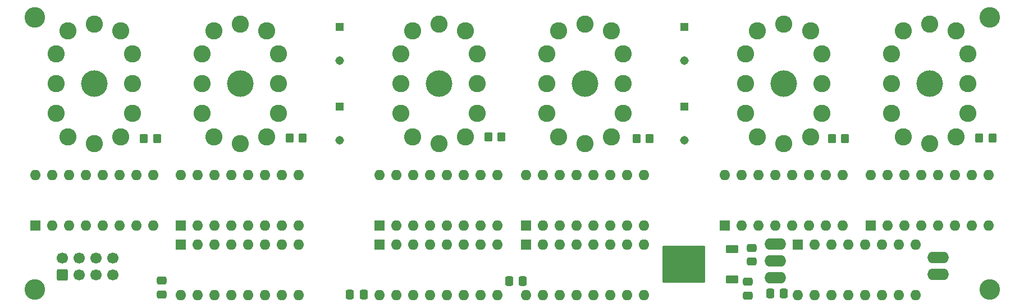
<source format=gts>
G04 #@! TF.GenerationSoftware,KiCad,Pcbnew,7.0.5*
G04 #@! TF.CreationDate,2023-09-06T13:33:27-04:00*
G04 #@! TF.ProjectId,untitled,756e7469-746c-4656-942e-6b696361645f,rev?*
G04 #@! TF.SameCoordinates,Original*
G04 #@! TF.FileFunction,Soldermask,Top*
G04 #@! TF.FilePolarity,Negative*
%FSLAX46Y46*%
G04 Gerber Fmt 4.6, Leading zero omitted, Abs format (unit mm)*
G04 Created by KiCad (PCBNEW 7.0.5) date 2023-09-06 13:33:27*
%MOMM*%
%LPD*%
G01*
G04 APERTURE LIST*
G04 Aperture macros list*
%AMRoundRect*
0 Rectangle with rounded corners*
0 $1 Rounding radius*
0 $2 $3 $4 $5 $6 $7 $8 $9 X,Y pos of 4 corners*
0 Add a 4 corners polygon primitive as box body*
4,1,4,$2,$3,$4,$5,$6,$7,$8,$9,$2,$3,0*
0 Add four circle primitives for the rounded corners*
1,1,$1+$1,$2,$3*
1,1,$1+$1,$4,$5*
1,1,$1+$1,$6,$7*
1,1,$1+$1,$8,$9*
0 Add four rect primitives between the rounded corners*
20,1,$1+$1,$2,$3,$4,$5,0*
20,1,$1+$1,$4,$5,$6,$7,0*
20,1,$1+$1,$6,$7,$8,$9,0*
20,1,$1+$1,$8,$9,$2,$3,0*%
G04 Aperture macros list end*
%ADD10RoundRect,0.250000X0.475000X-0.337500X0.475000X0.337500X-0.475000X0.337500X-0.475000X-0.337500X0*%
%ADD11R,1.600000X1.600000*%
%ADD12O,1.600000X1.600000*%
%ADD13C,3.100000*%
%ADD14RoundRect,0.250000X0.337500X0.475000X-0.337500X0.475000X-0.337500X-0.475000X0.337500X-0.475000X0*%
%ADD15RoundRect,0.250000X0.600000X-0.600000X0.600000X0.600000X-0.600000X0.600000X-0.600000X-0.600000X0*%
%ADD16C,1.700000*%
%ADD17C,2.603200*%
%ADD18RoundRect,0.250000X-0.350000X-0.450000X0.350000X-0.450000X0.350000X0.450000X-0.350000X0.450000X0*%
%ADD19C,4.000000*%
%ADD20RoundRect,0.250000X-0.475000X0.337500X-0.475000X-0.337500X0.475000X-0.337500X0.475000X0.337500X0*%
%ADD21R,1.308000X1.308000*%
%ADD22C,1.308000*%
%ADD23RoundRect,0.101600X0.800000X-0.500000X0.800000X0.500000X-0.800000X0.500000X-0.800000X-0.500000X0*%
%ADD24RoundRect,0.101600X3.100000X-2.700000X3.100000X2.700000X-3.100000X2.700000X-3.100000X-2.700000X0*%
%ADD25O,3.251200X1.727200*%
G04 APERTURE END LIST*
D10*
X95631000Y-114808000D03*
X95631000Y-112733000D03*
D11*
X98552000Y-104394000D03*
D12*
X101092000Y-104394000D03*
X103632000Y-104394000D03*
X106172000Y-104394000D03*
X108712000Y-104394000D03*
X111252000Y-104394000D03*
X113792000Y-104394000D03*
X116332000Y-104394000D03*
X116332000Y-96774000D03*
X113792000Y-96774000D03*
X111252000Y-96774000D03*
X108712000Y-96774000D03*
X106172000Y-96774000D03*
X103632000Y-96774000D03*
X101092000Y-96774000D03*
X98552000Y-96774000D03*
D13*
X220501100Y-114046000D03*
D14*
X150114000Y-112776000D03*
X148039000Y-112776000D03*
D15*
X80645000Y-111887000D03*
D16*
X80645000Y-109347000D03*
X83185000Y-111887000D03*
X83185000Y-109347000D03*
X85725000Y-111887000D03*
X85725000Y-109347000D03*
X88265000Y-111887000D03*
X88265000Y-109347000D03*
D17*
X91251100Y-87503600D03*
X81501100Y-91003600D03*
X79751100Y-87503600D03*
X79751100Y-83003600D03*
X79751100Y-78503600D03*
X81501100Y-75003600D03*
X85501100Y-74003600D03*
X89501100Y-75003600D03*
X91251100Y-78503600D03*
X91251100Y-83003600D03*
X89501100Y-91003600D03*
X85501100Y-92003600D03*
D18*
X144907000Y-91059000D03*
X146907000Y-91059000D03*
D13*
X76501100Y-114046000D03*
D10*
X184658000Y-109855000D03*
X184658000Y-107780000D03*
D14*
X189484000Y-114681000D03*
X187409000Y-114681000D03*
D19*
X189501100Y-83003600D03*
D20*
X184023000Y-112903000D03*
X184023000Y-114978000D03*
D19*
X159501100Y-83003600D03*
D18*
X218948000Y-91186000D03*
X220948000Y-91186000D03*
D17*
X113251100Y-87503600D03*
X103501100Y-91003600D03*
X101751100Y-87503600D03*
X101751100Y-83003600D03*
X101751100Y-78503600D03*
X103501100Y-75003600D03*
X107501100Y-74003600D03*
X111501100Y-75003600D03*
X113251100Y-78503600D03*
X113251100Y-83003600D03*
X111501100Y-91003600D03*
X107501100Y-92003600D03*
D11*
X180594000Y-104394000D03*
D12*
X183134000Y-104394000D03*
X185674000Y-104394000D03*
X188214000Y-104394000D03*
X190754000Y-104394000D03*
X193294000Y-104394000D03*
X195834000Y-104394000D03*
X198374000Y-104394000D03*
X198374000Y-96774000D03*
X195834000Y-96774000D03*
X193294000Y-96774000D03*
X190754000Y-96774000D03*
X188214000Y-96774000D03*
X185674000Y-96774000D03*
X183134000Y-96774000D03*
X180594000Y-96774000D03*
D11*
X128524000Y-104394000D03*
D12*
X131064000Y-104394000D03*
X133604000Y-104394000D03*
X136144000Y-104394000D03*
X138684000Y-104394000D03*
X141224000Y-104394000D03*
X143764000Y-104394000D03*
X146304000Y-104394000D03*
X146304000Y-96774000D03*
X143764000Y-96774000D03*
X141224000Y-96774000D03*
X138684000Y-96774000D03*
X136144000Y-96774000D03*
X133604000Y-96774000D03*
X131064000Y-96774000D03*
X128524000Y-96774000D03*
D14*
X126111000Y-114808000D03*
X124036000Y-114808000D03*
D11*
X202565000Y-104394000D03*
D12*
X205105000Y-104394000D03*
X207645000Y-104394000D03*
X210185000Y-104394000D03*
X212725000Y-104394000D03*
X215265000Y-104394000D03*
X217805000Y-104394000D03*
X220345000Y-104394000D03*
X220345000Y-96774000D03*
X217805000Y-96774000D03*
X215265000Y-96774000D03*
X212725000Y-96774000D03*
X210185000Y-96774000D03*
X207645000Y-96774000D03*
X205105000Y-96774000D03*
X202565000Y-96774000D03*
D19*
X137501100Y-83003600D03*
D21*
X122501100Y-74463600D03*
D22*
X122501100Y-79543600D03*
D23*
X181711000Y-112516000D03*
X181711000Y-107956000D03*
D24*
X174411000Y-110236000D03*
D13*
X220501100Y-73003600D03*
D17*
X195251100Y-87503600D03*
X185501100Y-91003600D03*
X183751100Y-87503600D03*
X183751100Y-83003600D03*
X183751100Y-78503600D03*
X185501100Y-75003600D03*
X189501100Y-74003600D03*
X193501100Y-75003600D03*
X195251100Y-78503600D03*
X195251100Y-83003600D03*
X193501100Y-91003600D03*
X189501100Y-92003600D03*
D18*
X167259000Y-91313000D03*
X169259000Y-91313000D03*
D17*
X217251100Y-87503600D03*
X207501100Y-91003600D03*
X205751100Y-87503600D03*
X205751100Y-83003600D03*
X205751100Y-78503600D03*
X207501100Y-75003600D03*
X211501100Y-74003600D03*
X215501100Y-75003600D03*
X217251100Y-78503600D03*
X217251100Y-83003600D03*
X215501100Y-91003600D03*
X211501100Y-92003600D03*
D18*
X114935000Y-91186000D03*
X116935000Y-91186000D03*
D13*
X76501100Y-73003600D03*
D19*
X85501100Y-83003600D03*
D17*
X165251100Y-87503600D03*
X155501100Y-91003600D03*
X153751100Y-87503600D03*
X153751100Y-83003600D03*
X153751100Y-78503600D03*
X155501100Y-75003600D03*
X159501100Y-74003600D03*
X163501100Y-75003600D03*
X165251100Y-78503600D03*
X165251100Y-83003600D03*
X163501100Y-91003600D03*
X159501100Y-92003600D03*
D19*
X107501100Y-83003600D03*
D11*
X76596000Y-104384000D03*
D12*
X79136000Y-104384000D03*
X81676000Y-104384000D03*
X84216000Y-104384000D03*
X86756000Y-104384000D03*
X89296000Y-104384000D03*
X91836000Y-104384000D03*
X94376000Y-104384000D03*
X94376000Y-96764000D03*
X91836000Y-96764000D03*
X89296000Y-96764000D03*
X86756000Y-96764000D03*
X84216000Y-96764000D03*
X81676000Y-96764000D03*
X79136000Y-96764000D03*
X76596000Y-96764000D03*
D11*
X150622000Y-104394000D03*
D12*
X153162000Y-104394000D03*
X155702000Y-104394000D03*
X158242000Y-104394000D03*
X160782000Y-104394000D03*
X163322000Y-104394000D03*
X165862000Y-104394000D03*
X168402000Y-104394000D03*
X168402000Y-96774000D03*
X165862000Y-96774000D03*
X163322000Y-96774000D03*
X160782000Y-96774000D03*
X158242000Y-96774000D03*
X155702000Y-96774000D03*
X153162000Y-96774000D03*
X150622000Y-96774000D03*
D18*
X196723000Y-91313000D03*
X198723000Y-91313000D03*
D17*
X143251100Y-87503600D03*
X133501100Y-91003600D03*
X131751100Y-87503600D03*
X131751100Y-83003600D03*
X131751100Y-78503600D03*
X133501100Y-75003600D03*
X137501100Y-74003600D03*
X141501100Y-75003600D03*
X143251100Y-78503600D03*
X143251100Y-83003600D03*
X141501100Y-91003600D03*
X137501100Y-92003600D03*
D19*
X211501100Y-83003600D03*
D21*
X174501100Y-74463600D03*
D22*
X174501100Y-79543600D03*
D21*
X122501100Y-86463600D03*
D22*
X122501100Y-91543600D03*
D18*
X92964000Y-91313000D03*
X94964000Y-91313000D03*
D21*
X174501100Y-86463600D03*
D22*
X174501100Y-91543600D03*
D11*
X150622000Y-107315000D03*
D12*
X153162000Y-107315000D03*
X155702000Y-107315000D03*
X158242000Y-107315000D03*
X160782000Y-107315000D03*
X163322000Y-107315000D03*
X165862000Y-107315000D03*
X168402000Y-107315000D03*
X168402000Y-114935000D03*
X165862000Y-114935000D03*
X163322000Y-114935000D03*
X160782000Y-114935000D03*
X158242000Y-114935000D03*
X155702000Y-114935000D03*
X153162000Y-114935000D03*
X150622000Y-114935000D03*
D11*
X128524000Y-107315000D03*
D12*
X131064000Y-107315000D03*
X133604000Y-107315000D03*
X136144000Y-107315000D03*
X138684000Y-107315000D03*
X141224000Y-107315000D03*
X143764000Y-107315000D03*
X146304000Y-107315000D03*
X146304000Y-114935000D03*
X143764000Y-114935000D03*
X141224000Y-114935000D03*
X138684000Y-114935000D03*
X136144000Y-114935000D03*
X133604000Y-114935000D03*
X131064000Y-114935000D03*
X128524000Y-114935000D03*
D11*
X98567000Y-107315000D03*
D12*
X101107000Y-107315000D03*
X103647000Y-107315000D03*
X106187000Y-107315000D03*
X108727000Y-107315000D03*
X111267000Y-107315000D03*
X113807000Y-107315000D03*
X116347000Y-107315000D03*
X116347000Y-114935000D03*
X113807000Y-114935000D03*
X111267000Y-114935000D03*
X108727000Y-114935000D03*
X106187000Y-114935000D03*
X103647000Y-114935000D03*
X101107000Y-114935000D03*
X98567000Y-114935000D03*
D25*
X188225000Y-112310000D03*
X212725000Y-111760000D03*
X212725000Y-109220000D03*
X188225000Y-109770000D03*
X188225000Y-107230000D03*
D11*
X191566800Y-107289600D03*
D12*
X194106800Y-107289600D03*
X196646800Y-107289600D03*
X199186800Y-107289600D03*
X201726800Y-107289600D03*
X204266800Y-107289600D03*
X206806800Y-107289600D03*
X209346800Y-107289600D03*
X209346800Y-114909600D03*
X206806800Y-114909600D03*
X204266800Y-114909600D03*
X201726800Y-114909600D03*
X199186800Y-114909600D03*
X196646800Y-114909600D03*
X194106800Y-114909600D03*
X191566800Y-114909600D03*
M02*

</source>
